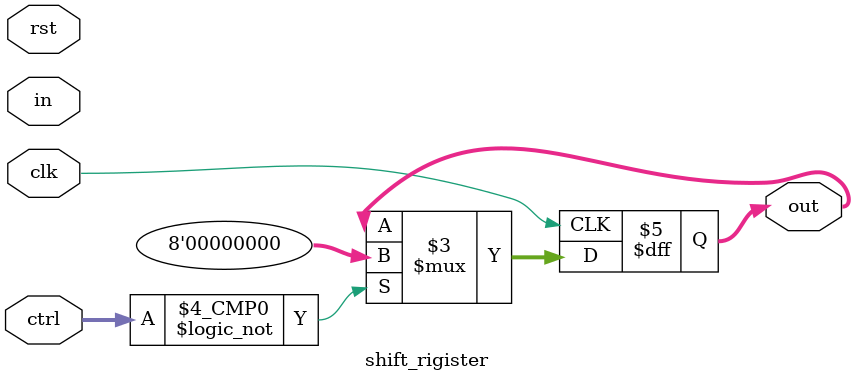
<source format=v>
module shift_rigister #(parameter N = 8) (
        input clk,
        input rst,
        input [2:0] ctrl,
        input in,
        output reg [N-1:0] out
    );

    always @(posedge clk) begin
        case(ctrl)
            3'd0:
                out = {N{1'b0}};
        endcase
    end

endmodule

</source>
